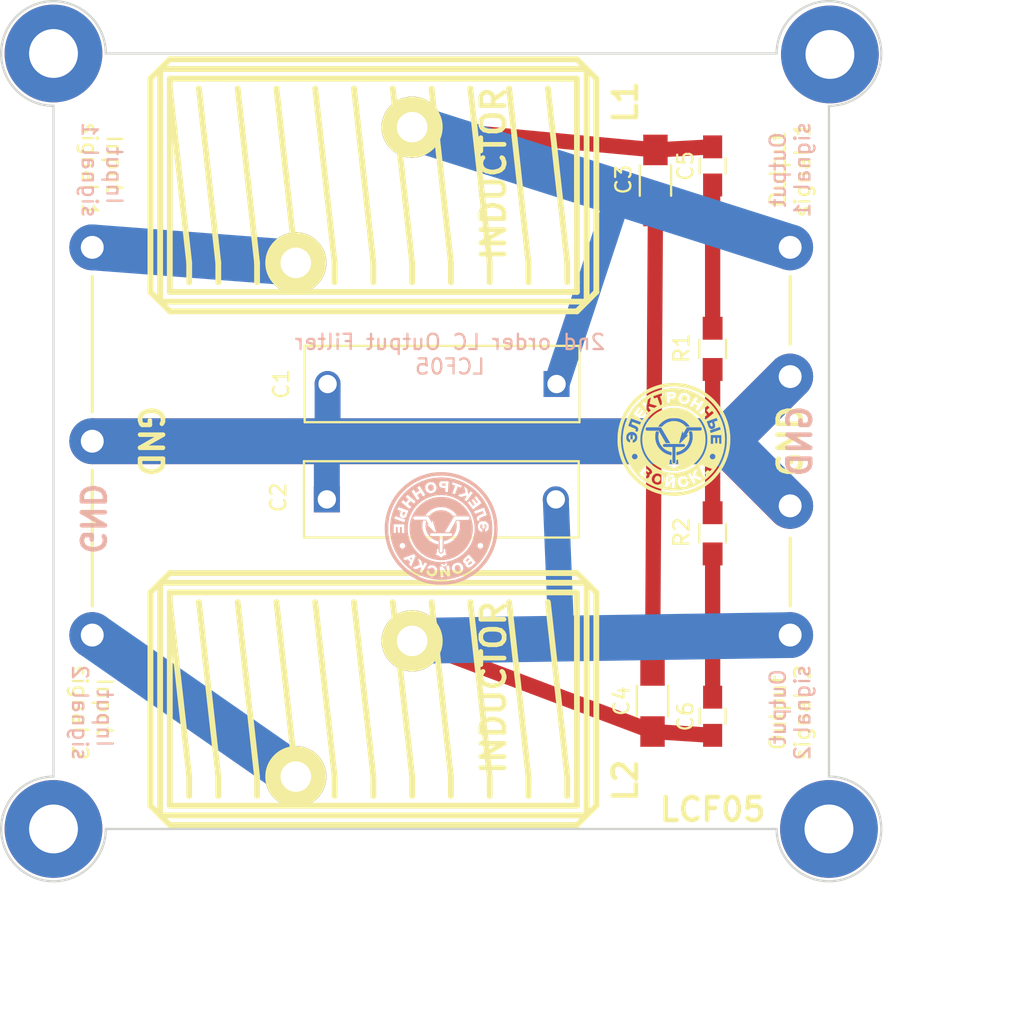
<source format=kicad_pcb>
(kicad_pcb (version 20171130) (host pcbnew "(5.0.0)")
  (layers (0 F.Cu signal) (31 B.Cu signal) (34 B.Paste user) (35 F.Paste user) (36 B.SilkS user) (37 F.SilkS user) (38 B.Mask user) (39 F.Mask user) (44 Edge.Cuts user))
  (net 0 "")
  (net 1 "Net-(C1-Pad1)")
  (net 2 GND)
  (net 3 "Net-(C2-Pad2)")
  (net 4 "Net-(C5-Pad2)")
  (net 5 "Net-(C6-Pad1)")
  (net 6 "Net-(L1-Pad2)")
  (net 7 "Net-(L2-Pad2)")
  (module Mounting_Holes:MountingHole_3.2mm_M3_Pad (layer F.Cu) (at 172.72 91.44)
    (fp_text reference REF** hide)
    (fp_text value MountingHole_3.2mm_M3_Pad hide)
    (pad "" thru_hole circle (at 0 0) (size 6.4 6.4) (drill 3.2) (layers *.Cu *.Mask))
  )
  (module Mounting_Holes:MountingHole_3.2mm_M3_Pad (layer F.Cu) (at 121.92 91.44)
    (fp_text reference REF** hide)
    (fp_text value MountingHole_3.2mm_M3_Pad hide)
    (pad "" thru_hole circle (at 0 0) (size 6.4 6.4) (drill 3.2) (layers *.Cu *.Mask))
  )
  (module Mounting_Holes:MountingHole_3.2mm_M3_Pad (layer F.Cu) (at 121.92 40.64)
    (fp_text reference REF** hide)
    (fp_text value MountingHole_3.2mm_M3_Pad hide)
    (pad "" thru_hole circle (at 0 0) (size 6.4 6.4) (drill 3.2) (layers *.Cu *.Mask))
  )
  (module Measurement_Points:Measurement_Point_Round-TH_Big (layer F.Cu) (at 170.18 78.74)
    (fp_text reference P7 hide)
    (fp_text value CONN_01X01)
    (pad 1 thru_hole circle (at 0 0) (size 3 3) (drill 1.5) (layers *.Cu *.Mask) (net 3 "Net-(C2-Pad2)"))
  )
  (module Measurement_Points:Measurement_Point_Round-TH_Big (layer F.Cu) (at 170.18 53.34)
    (fp_text reference P4 hide)
    (fp_text value CONN_01X01 hide)
    (pad 1 thru_hole circle (at 0 0) (size 3 3) (drill 1.5) (layers *.Cu *.Mask) (net 1 "Net-(C1-Pad1)"))
  )
  (module Measurement_Points:Measurement_Point_Round-TH_Big (layer F.Cu) (at 170.18 61.806666)
    (fp_text reference P5 hide)
    (fp_text value CONN_01X01 hide)
    (pad 1 thru_hole circle (at 0 0) (size 3 3) (drill 1.5) (layers *.Cu *.Mask) (net 2 GND))
  )
  (module Measurement_Points:Measurement_Point_Round-TH_Big (layer F.Cu) (at 170.18 70.273332)
    (fp_text reference P6 hide)
    (fp_text value CONN_01X01 hide)
    (pad 1 thru_hole circle (at 0 0) (size 3 3) (drill 1.5) (layers *.Cu *.Mask) (net 2 GND))
  )
  (module DISCRET:IND_ALTNC (layer F.Cu) (at 141.605 82.931 270)
    (fp_text reference L2 (at 5.334 -17.78 270) (layer F.SilkS) (effects (font (size 1.524 1.524) (thickness 0.3048))))
    (fp_text value INDUCTOR (at -0.762 -9.144 270) (layer F.SilkS) (effects (font (size 1.524 1.524) (thickness 0.3048))))
    (pad 2 thru_hole circle (at 5.08 3.81 270) (size 4 4) (drill 2) (layers *.Cu *.Mask F.SilkS) (net 7 "Net-(L2-Pad2)"))
    (pad 1 thru_hole circle (at -3.81 -3.81 270) (size 4 4) (drill 2) (layers *.Cu *.Mask F.SilkS) (net 3 "Net-(C2-Pad2)"))
  )
  (module DISCRET:IND_ALTNC (layer F.Cu) (at 141.605 49.276 270)
    (fp_text reference L1 (at -5.461 -17.78 270) (layer F.SilkS) (effects (font (size 1.524 1.524) (thickness 0.3048))))
    (fp_text value INDUCTOR (at -0.762 -9.144 270) (layer F.SilkS) (effects (font (size 1.524 1.524) (thickness 0.3048))))
    (pad 2 thru_hole circle (at 5.08 3.81 270) (size 4 4) (drill 2) (layers *.Cu *.Mask F.SilkS) (net 6 "Net-(L1-Pad2)"))
    (pad 1 thru_hole circle (at -3.81 -3.81 270) (size 4 4) (drill 2) (layers *.Cu *.Mask F.SilkS) (net 1 "Net-(C1-Pad1)"))
  )
  (module Capacitors_ThroughHole:C_Rect_L18_W5_P15 (layer F.Cu) (at 154.8765 62.2935 180)
    (fp_text reference C1 (at 18.034 0 270) (layer F.SilkS))
    (fp_text value 0,47)
    (pad 1 thru_hole rect (at 0 0 180) (size 1.7 1.7) (drill 1.2) (layers *.Cu *.Mask) (net 1 "Net-(C1-Pad1)"))
    (pad 2 thru_hole circle (at 15 0 180) (size 1.7 1.7) (drill 1.2) (layers *.Cu *.Mask) (net 2 GND))
  )
  (module Capacitors_ThroughHole:C_Rect_L18_W5_P15 (layer F.Cu) (at 139.827 69.85)
    (fp_text reference C2 (at -3.175 -0.127 90) (layer F.SilkS))
    (fp_text value 0,47)
    (pad 1 thru_hole rect (at 0 0) (size 1.7 1.7) (drill 1.2) (layers *.Cu *.Mask) (net 2 GND))
    (pad 2 thru_hole circle (at 15 0) (size 1.7 1.7) (drill 1.2) (layers *.Cu *.Mask) (net 3 "Net-(C2-Pad2)"))
  )
  (module Resistors_SMD:R_0805_HandSoldering (layer F.Cu) (at 165.1 59.99 270)
    (fp_text reference R1 (at -0.046 2.032 270) (layer F.SilkS))
    (fp_text value 3R3)
    (pad 1 smd rect (at -1.35 0 270) (size 1.5 1.3) (layers F.Cu F.Paste F.Mask) (net 4 "Net-(C5-Pad2)"))
    (pad 2 smd rect (at 1.35 0 270) (size 1.5 1.3) (layers F.Cu F.Paste F.Mask) (net 2 GND))
  )
  (module Resistors_SMD:R_0805_HandSoldering (layer F.Cu) (at 165.1 72.074 270)
    (fp_text reference R2 (at -0.065 2.032 270) (layer F.SilkS))
    (fp_text value 3R3)
    (pad 1 smd rect (at -1.35 0 270) (size 1.5 1.3) (layers F.Cu F.Paste F.Mask) (net 2 GND))
    (pad 2 smd rect (at 1.35 0 270) (size 1.5 1.3) (layers F.Cu F.Paste F.Mask) (net 5 "Net-(C6-Pad1)"))
  )
  (module Capacitors_SMD:C_1206_HandSoldering (layer F.Cu) (at 161.3535 48.9585 270)
    (fp_text reference C3 (at -0.0635 2.0955 270) (layer F.SilkS))
    (fp_text value 1000p)
    (pad 1 smd rect (at -2 0 270) (size 2 1.6) (layers F.Cu F.Paste F.Mask) (net 1 "Net-(C1-Pad1)"))
    (pad 2 smd rect (at 2 0 270) (size 2 1.6) (layers F.Cu F.Paste F.Mask) (net 2 GND))
  )
  (module Capacitors_SMD:C_1206_HandSoldering (layer F.Cu) (at 161.163 83.058 270)
    (fp_text reference C4 (at 0 2.032 270) (layer F.SilkS))
    (fp_text value 1000p)
    (pad 2 smd rect (at 2 0 270) (size 2 1.6) (layers F.Cu F.Paste F.Mask) (net 3 "Net-(C2-Pad2)"))
    (pad 1 smd rect (at -2 0 270) (size 2 1.6) (layers F.Cu F.Paste F.Mask) (net 2 GND))
  )
  (module Capacitors_SMD:C_0805_HandSoldering (layer F.Cu) (at 165.1 48.006 270)
    (fp_text reference C5 (at 0 1.778 270) (layer F.SilkS))
    (fp_text value 0,01)
    (pad 1 smd rect (at -1.25 0 270) (size 1.5 1.25) (layers F.Cu F.Paste F.Mask) (net 1 "Net-(C1-Pad1)"))
    (pad 2 smd rect (at 1.25 0 270) (size 1.5 1.25) (layers F.Cu F.Paste F.Mask) (net 4 "Net-(C5-Pad2)"))
  )
  (module Capacitors_SMD:C_0805_HandSoldering (layer F.Cu) (at 165.1 84.058 270)
    (fp_text reference C6 (at 0.016 1.778 270) (layer F.SilkS))
    (fp_text value 0,01)
    (pad 2 smd rect (at 1.25 0 270) (size 1.5 1.25) (layers F.Cu F.Paste F.Mask) (net 3 "Net-(C2-Pad2)"))
    (pad 1 smd rect (at -1.25 0 270) (size 1.5 1.25) (layers F.Cu F.Paste F.Mask) (net 5 "Net-(C6-Pad1)"))
  )
  (module Measurement_Points:Measurement_Point_Round-TH_Big (layer F.Cu) (at 124.46 53.34)
    (fp_text reference P1 hide)
    (fp_text value CONN_01X01 hide)
    (pad 1 thru_hole circle (at 0 0) (size 3 3) (drill 1.5) (layers *.Cu *.Mask) (net 6 "Net-(L1-Pad2)"))
  )
  (module Measurement_Points:Measurement_Point_Round-TH_Big (layer F.Cu) (at 124.46 66.04)
    (fp_text reference P2 hide)
    (fp_text value CONN_01X01 hide)
    (pad 1 thru_hole circle (at 0 0) (size 3 3) (drill 1.5) (layers *.Cu *.Mask) (net 2 GND))
  )
  (module Measurement_Points:Measurement_Point_Round-TH_Big (layer F.Cu) (at 124.46 78.74)
    (fp_text reference P3 hide)
    (fp_text value CONN_01X01 hide)
    (pad 1 thru_hole circle (at 0 0) (size 3 3) (drill 1.5) (layers *.Cu *.Mask) (net 7 "Net-(L2-Pad2)"))
  )
  (module Mounting_Holes:MountingHole_3.2mm_M3_Pad (layer F.Cu) (at 172.7835 40.7035)
    (fp_text reference REF** hide)
    (fp_text value MountingHole_3.2mm_M3_Pad hide)
    (pad "" thru_hole circle (at 0 0) (size 6.4 6.4) (drill 3.2) (layers *.Cu *.Mask))
  )
  (module Symbols:CD_light_74 (layer F.Cu) (at 162.56 65.913)
    (fp_text reference G*** hide)
    (fp_text value LOGO hide)
  )
  (module Symbols:CD_light_74 (layer B.Cu) (at 147.32 71.755 180)
    (fp_text reference G*** hide)
    (fp_text value LOGO hide)
  )
  (gr_text LCF05 (at 165.1 90.17) (layer F.SilkS) (effects (font (size 1.5 1.5) (thickness 0.3))))
  (gr_text GND (at 170.815 66.04 90) (layer B.SilkS) (effects (font (size 1.5 1.5) (thickness 0.3)) (justify mirror)))
  (gr_text GND (at 124.46 71.12 270) (layer B.SilkS) (effects (font (size 1.5 1.5) (thickness 0.3)) (justify mirror)))
  (gr_line (start 170.18 72.39) (end 170.18 76.835) (layer F.SilkS) (width 0.2))
  (gr_line (start 170.18 55.245) (end 170.18 59.69) (layer F.SilkS) (width 0.2))
  (gr_line (start 124.46 67.945) (end 124.46 76.835) (layer F.SilkS) (width 0.2))
  (gr_line (start 124.46 55.245) (end 124.46 64.135) (layer F.SilkS) (width 0.2))
  (gr_text GND (at 128.27 66.04 270) (layer F.SilkS) (effects (font (size 1.5 1.5) (thickness 0.3))))
  (gr_text GND (at 170.18 66.04 90) (layer F.SilkS) (effects (font (size 1.5 1.5) (thickness 0.3))))
  (gr_text "Output\nsignal 2" (at 170.18 83.82 90) (layer F.SilkS) (effects (font (size 1 1))))
  (gr_text "Input \nsignal 2" (at 124.46 83.82 270) (layer F.SilkS) (effects (font (size 1 1))))
  (gr_line (start 121.92 88.011) (end 121.92 44.069) (layer Edge.Cuts) (width 0.15))
  (gr_line (start 169.291 91.44) (end 125.349 91.44) (layer Edge.Cuts) (width 0.15))
  (gr_line (start 172.72 88.011) (end 172.72 44.069) (layer Edge.Cuts) (width 0.15))
  (gr_arc (start 172.72 91.44) (end 169.291 91.44) (angle -270) (layer Edge.Cuts) (width 0.15))
  (gr_arc (start 121.92 91.44) (end 121.92 88.011) (angle -270) (layer Edge.Cuts) (width 0.15))
  (gr_text "Input \nsignal 2" (at 124.46 83.82 270) (layer B.SilkS) (effects (font (size 1 1)) (justify mirror)))
  (gr_text "Output \nsignal 2" (at 170.18 83.82 90) (layer B.SilkS) (effects (font (size 1 1)) (justify mirror)))
  (gr_text "Output\nsignal 1" (at 170.18 48.26 90) (layer B.SilkS) (effects (font (size 1 1)) (justify mirror)))
  (gr_text "Input \nsignal 1" (at 125.095 48.26 270) (layer B.SilkS) (effects (font (size 1 1)) (justify mirror)))
  (gr_text "Input \nsignal 1" (at 125.095 48.26 270) (layer F.SilkS) (effects (font (size 1 1))))
  (gr_text "Output\nsignal 1" (at 170.18 48.26 90) (layer F.SilkS) (effects (font (size 1 1))))
  (gr_text "2nd order LC Output Filter\nLCF05" (at 147.8915 60.3504) (layer B.SilkS) (effects (font (size 1 1)) (justify mirror)))
  (gr_line (start 169.291 40.64) (end 125.349 40.64) (angle 90) (layer Edge.Cuts) (width 0.15))
  (gr_arc (start 121.92 40.64) (end 121.92 37.211) (angle 90) (layer Edge.Cuts) (width 0.15))
  (gr_arc (start 121.92 40.64) (end 118.491 40.64) (angle 90) (layer Edge.Cuts) (width 0.15))
  (gr_arc (start 121.92 40.64) (end 121.92 44.069) (angle 90) (layer Edge.Cuts) (width 0.15))
  (gr_arc (start 172.72 40.64) (end 176.149 40.64) (angle 90) (layer Edge.Cuts) (width 0.15))
  (gr_arc (start 172.72 40.64) (end 172.72 37.211) (angle 90) (layer Edge.Cuts) (width 0.15))
  (gr_arc (start 172.72 40.64) (end 169.291 40.64) (angle 90) (layer Edge.Cuts) (width 0.15))
  (segment (start 145.415 45.466) (end 158.997907 49.784668) (width 3) (layer B.Cu) (net 1))
  (segment (start 158.997907 49.784668) (end 170.18 53.34) (width 3) (layer B.Cu) (net 1))
  (segment (start 154.8765 62.2935) (end 158.997907 49.784668) (width 1.7) (layer B.Cu) (net 1))
  (segment (start 161.3535 46.9585) (end 165.1 46.756) (width 1) (layer F.Cu) (net 1))
  (segment (start 161.3535 46.9585) (end 145.415 45.466) (width 1) (layer F.Cu) (net 1))
  (segment (start 139.827 66.0895) (end 139.8765 66.04) (width 1.7) (layer B.Cu) (net 2))
  (segment (start 139.827 69.85) (end 139.827 66.0895) (width 1.7) (layer B.Cu) (net 2))
  (segment (start 139.8765 62.2935) (end 139.8765 66.04) (width 1.7) (layer B.Cu) (net 2))
  (segment (start 165.946666 66.04) (end 170.18 61.806666) (width 3) (layer B.Cu) (net 2))
  (segment (start 124.46 66.04) (end 165.946666 66.04) (width 3) (layer B.Cu) (net 2))
  (segment (start 168.679999 68.773333) (end 165.946666 66.04) (width 3) (layer B.Cu) (net 2))
  (segment (start 170.18 70.273332) (end 168.679999 68.773333) (width 3) (layer B.Cu) (net 2))
  (segment (start 161.163 66.04) (end 165.1 66.04) (width 1) (layer F.Cu) (net 2))
  (segment (start 161.163 66.04) (end 161.163 66.04) (width 1) (layer F.Cu) (net 2))
  (segment (start 165.1 66.04) (end 165.1 66.04) (width 1) (layer F.Cu) (net 2))
  (segment (start 124.46 66.04) (end 165.9255 66.04) (width 3) (layer F.Cu) (net 2))
  (segment (start 165.9255 66.04) (end 165.946666 66.04) (width 3) (layer F.Cu) (net 2))
  (segment (start 165.946666 66.04) (end 170.18 61.806666) (width 3) (layer F.Cu) (net 2))
  (segment (start 170.18 70.273332) (end 170.158832 70.273332) (width 3) (layer F.Cu) (net 2))
  (segment (start 170.158832 70.273332) (end 165.9255 66.04) (width 3) (layer F.Cu) (net 2))
  (segment (start 161.3535 50.9585) (end 161.163 81.058) (width 1) (layer F.Cu) (net 2))
  (segment (start 165.1 61.34) (end 165.1 70.724) (width 1) (layer F.Cu) (net 2))
  (segment (start 145.415 79.121) (end 155.193319 78.970564) (width 3) (layer B.Cu) (net 3))
  (segment (start 155.193319 78.970564) (end 170.18 78.74) (width 3) (layer B.Cu) (net 3))
  (segment (start 154.827 69.85) (end 155.193319 78.970564) (width 1.7) (layer B.Cu) (net 3))
  (segment (start 161.163 85.058) (end 165.1 85.308) (width 1) (layer F.Cu) (net 3))
  (segment (start 161.163 85.058) (end 145.415 79.121) (width 1) (layer F.Cu) (net 3))
  (segment (start 165.1 49.256) (end 165.1 58.64) (width 1) (layer F.Cu) (net 4))
  (segment (start 165.1 73.424) (end 165.1 82.808) (width 1) (layer F.Cu) (net 5))
  (segment (start 124.46 53.34) (end 137.795 54.356) (width 3) (layer B.Cu) (net 6))
  (segment (start 124.46 78.74) (end 137.795 88.011) (width 3) (layer B.Cu) (net 7))
)
</source>
